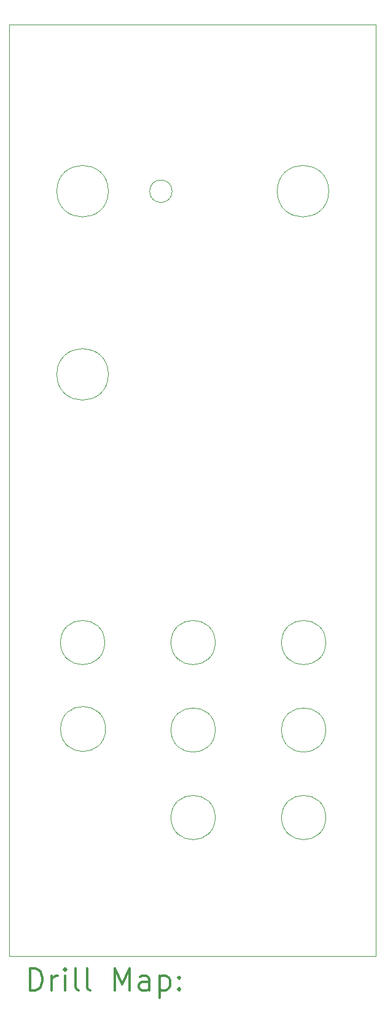
<source format=gbr>
%FSLAX45Y45*%
G04 Gerber Fmt 4.5, Leading zero omitted, Abs format (unit mm)*
G04 Created by KiCad (PCBNEW 5.1.12-84ad8e8a86~92~ubuntu20.04.1) date 2021-12-18 13:57:54*
%MOMM*%
%LPD*%
G01*
G04 APERTURE LIST*
%TA.AperFunction,Profile*%
%ADD10C,0.050000*%
%TD*%
%ADD11C,0.200000*%
%ADD12C,0.300000*%
G04 APERTURE END LIST*
D10*
X2244500Y-2300000D02*
G75*
G03*
X2244500Y-2300000I-155000J0D01*
G01*
X2839000Y-8523000D02*
G75*
G03*
X2839000Y-8523000I-305000J0D01*
G01*
X2839000Y-9729500D02*
G75*
G03*
X2839000Y-9729500I-305000J0D01*
G01*
X4363000Y-8523000D02*
G75*
G03*
X4363000Y-8523000I-305000J0D01*
G01*
X4363000Y-10936000D02*
G75*
G03*
X4363000Y-10936000I-305000J0D01*
G01*
X4363000Y-9729500D02*
G75*
G03*
X4363000Y-9729500I-305000J0D01*
G01*
X4404000Y-2300000D02*
G75*
G03*
X4404000Y-2300000I-355000J0D01*
G01*
X2839000Y-10936000D02*
G75*
G03*
X2839000Y-10936000I-305000J0D01*
G01*
X1326000Y-9715500D02*
G75*
G03*
X1326000Y-9715500I-310000J0D01*
G01*
X1315000Y-8523000D02*
G75*
G03*
X1315000Y-8523000I-305000J0D01*
G01*
X1365000Y-4826000D02*
G75*
G03*
X1365000Y-4826000I-355000J0D01*
G01*
X1365000Y-2300000D02*
G75*
G03*
X1365000Y-2300000I-355000J0D01*
G01*
X0Y0D02*
X5050000Y0D01*
X5050000Y0D02*
X5050000Y-12850000D01*
X0Y-12850000D02*
X5050000Y-12850000D01*
X0Y0D02*
X0Y-12850000D01*
D11*
D12*
X283928Y-13318214D02*
X283928Y-13018214D01*
X355357Y-13018214D01*
X398214Y-13032500D01*
X426786Y-13061071D01*
X441071Y-13089643D01*
X455357Y-13146786D01*
X455357Y-13189643D01*
X441071Y-13246786D01*
X426786Y-13275357D01*
X398214Y-13303929D01*
X355357Y-13318214D01*
X283928Y-13318214D01*
X583928Y-13318214D02*
X583928Y-13118214D01*
X583928Y-13175357D02*
X598214Y-13146786D01*
X612500Y-13132500D01*
X641071Y-13118214D01*
X669643Y-13118214D01*
X769643Y-13318214D02*
X769643Y-13118214D01*
X769643Y-13018214D02*
X755357Y-13032500D01*
X769643Y-13046786D01*
X783928Y-13032500D01*
X769643Y-13018214D01*
X769643Y-13046786D01*
X955357Y-13318214D02*
X926786Y-13303929D01*
X912500Y-13275357D01*
X912500Y-13018214D01*
X1112500Y-13318214D02*
X1083928Y-13303929D01*
X1069643Y-13275357D01*
X1069643Y-13018214D01*
X1455357Y-13318214D02*
X1455357Y-13018214D01*
X1555357Y-13232500D01*
X1655357Y-13018214D01*
X1655357Y-13318214D01*
X1926786Y-13318214D02*
X1926786Y-13161071D01*
X1912500Y-13132500D01*
X1883928Y-13118214D01*
X1826786Y-13118214D01*
X1798214Y-13132500D01*
X1926786Y-13303929D02*
X1898214Y-13318214D01*
X1826786Y-13318214D01*
X1798214Y-13303929D01*
X1783928Y-13275357D01*
X1783928Y-13246786D01*
X1798214Y-13218214D01*
X1826786Y-13203929D01*
X1898214Y-13203929D01*
X1926786Y-13189643D01*
X2069643Y-13118214D02*
X2069643Y-13418214D01*
X2069643Y-13132500D02*
X2098214Y-13118214D01*
X2155357Y-13118214D01*
X2183928Y-13132500D01*
X2198214Y-13146786D01*
X2212500Y-13175357D01*
X2212500Y-13261071D01*
X2198214Y-13289643D01*
X2183928Y-13303929D01*
X2155357Y-13318214D01*
X2098214Y-13318214D01*
X2069643Y-13303929D01*
X2341071Y-13289643D02*
X2355357Y-13303929D01*
X2341071Y-13318214D01*
X2326786Y-13303929D01*
X2341071Y-13289643D01*
X2341071Y-13318214D01*
X2341071Y-13132500D02*
X2355357Y-13146786D01*
X2341071Y-13161071D01*
X2326786Y-13146786D01*
X2341071Y-13132500D01*
X2341071Y-13161071D01*
M02*

</source>
